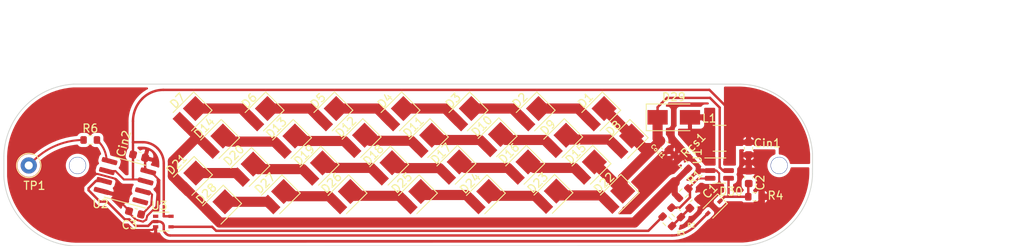
<source format=kicad_pcb>
(kicad_pcb (version 20211014) (generator pcbnew)
  (layers (0 "F.Cu" signal) (31 "B.Cu" signal) (34 "B.Paste" user) (35 "F.Paste" user) (36 "B.SilkS" user "B.Silkscreen") (37 "F.SilkS" user "F.Silkscreen") (38 "B.Mask" user) (39 "F.Mask" user) (44 "Edge.Cuts" user))
  (net 0 "")
  (net 1 "Net-(C1-Pad1)")
  (net 2 "GND")
  (net 3 "+5V")
  (net 4 "Net-(D1-Pad1)")
  (net 5 "Net-(D2-Pad1)")
  (net 6 "Net-(D3-Pad1)")
  (net 7 "Net-(D4-Pad1)")
  (net 8 "Net-(D5-Pad1)")
  (net 9 "Net-(D6-Pad1)")
  (net 10 "Net-(D14-Pad1)")
  (net 11 "Net-(D8-Pad1)")
  (net 12 "Net-(D10-Pad2)")
  (net 13 "Net-(D10-Pad1)")
  (net 14 "Net-(D11-Pad1)")
  (net 15 "Net-(D12-Pad1)")
  (net 16 "Net-(D13-Pad1)")
  (net 17 "Net-(Cout1-Pad1)")
  (net 18 "Net-(D15-Pad1)")
  (net 19 "Net-(C2-Pad1)")
  (net 20 "Net-(R6-Pad2)")
  (net 22 "Net-(R6-Pad1)")
  (net 23 "Net-(C3-Pad1)")
  (net 24 "Net-(D16-Pad1)")
  (net 25 "Net-(R1-Pad2)")
  (net 27 "Net-(D17-Pad1)")
  (net 28 "Net-(D18-Pad1)")
  (net 29 "Net-(D19-Pad1)")
  (net 30 "Net-(D20-Pad1)")
  (net 31 "Net-(D22-Pad1)")
  (net 32 "Net-(D23-Pad1)")
  (net 33 "Net-(D24-Pad1)")
  (net 34 "Net-(D25-Pad1)")
  (net 35 "Net-(D26-Pad1)")
  (net 36 "Net-(D27-Pad1)")
  (net 37 "Net-(D29-Pad2)")
  (net 38 "Net-(D30-Pad2)")
  (net 39 "Net-(R3-Pad1)")
  (footprint "LED_SMD:LED_2835" (layer "F.Cu") (at 81.95 47.55 -135)
    (fp_text reference "D25" (at 0 2.404163 45) (layer "F.SilkS"))
    (fp_text value "660nm")
    (pad "1" smd rect (at 1.375 0 225) (size 1.25 2.2) (layers "F.Cu" "F.Paste" "F.Mask") (net 34 "Net-(D25-Pad1)"))
    (pad "2" smd rect (at -0.9 0 225) (size 2.2 2.2) (layers "F.Cu" "F.Paste" "F.Mask") (net 33 "Net-(D24-Pad1)"))
  )
  (footprint "LED_SMD:LED_2835" (layer "F.Cu") (at 63 37.3 -135)
    (fp_text reference "D6" (at 0 2.262742 45) (layer "F.SilkS"))
    (fp_text value "660nm")
    (pad "1" smd rect (at 1.375 0 225) (size 1.25 2.2) (layers "F.Cu" "F.Paste" "F.Mask") (net 9 "Net-(D6-Pad1)"))
    (pad "2" smd rect (at -0.9 0 225) (size 2.2 2.2) (layers "F.Cu" "F.Paste" "F.Mask") (net 8 "Net-(D5-Pad1)"))
  )
  (footprint "Resistor_SMD:R_0603_1608Metric" (layer "F.Cu") (at 41.74 40.55)
    (fp_text reference "R6" (at 0 -1.43) (layer "F.SilkS"))
    (fp_text value "5k" hide)
    (pad "1" smd roundrect (at -0.825 0) (size 0.8 0.95) (layers "F.Cu" "F.Paste" "F.Mask") (net 22 "Net-(R6-Pad1)"))
    (pad "2" smd roundrect (at 0.825 0) (size 0.8 0.95) (layers "F.Cu" "F.Paste" "F.Mask") (net 20 "Net-(R6-Pad2)"))
  )
  (footprint "LED_SMD:LED_2835" (layer "F.Cu") (at 69.8 44.02 -135)
    (fp_text reference "D19" (at -0.014142 2.276884 45) (layer "F.SilkS"))
    (fp_text value "660nm")
    (pad "1" smd rect (at 1.375 0 225) (size 1.25 2.2) (layers "F.Cu" "F.Paste" "F.Mask") (net 29 "Net-(D19-Pad1)"))
    (pad "2" smd rect (at -0.9 0 225) (size 2.2 2.2) (layers "F.Cu" "F.Paste" "F.Mask") (net 28 "Net-(D18-Pad1)"))
  )
  (footprint "LED_SMD:LED_2835" (layer "F.Cu") (at 104.6 37.3 -135)
    (fp_text reference "D1" (at 0 2.333452 45) (layer "F.SilkS"))
    (fp_text value "660nm")
    (pad "1" smd rect (at 1.375 0 225) (size 1.25 2.2) (layers "F.Cu" "F.Paste" "F.Mask") (net 4 "Net-(D1-Pad1)"))
    (pad "2" smd rect (at -0.9 0 225) (size 2.2 2.2) (layers "F.Cu" "F.Paste" "F.Mask") (net 17 "Net-(Cout1-Pad1)"))
  )
  (footprint "Package_TO_SOT_SMD:SOT-23-6" (layer "F.Cu") (at 119.48 44.33)
    (fp_text reference "U1" (at -2.7 -1.76 90) (layer "F.SilkS"))
    (fp_text value "MT9284")
    (pad "1" smd roundrect (at -1.1375 -0.95) (size 1.325 0.6) (layers "F.Cu" "F.Paste" "F.Mask") (net 37 "Net-(D29-Pad2)"))
    (pad "2" smd roundrect (at -1.1375 0) (size 1.325 0.6) (layers "F.Cu" "F.Paste" "F.Mask") (net 2 "GND"))
    (pad "3" smd roundrect (at -1.1375 0.95) (size 1.325 0.6) (layers "F.Cu" "F.Paste" "F.Mask") (net 25 "Net-(R1-Pad2)"))
    (pad "4" smd roundrect (at 1.1375 0.95) (size 1.325 0.6) (layers "F.Cu" "F.Paste" "F.Mask") (net 19 "Net-(C2-Pad1)"))
    (pad "5" smd roundrect (at 1.1375 0) (size 1.325 0.6) (layers "F.Cu" "F.Paste" "F.Mask") (net 17 "Net-(Cout1-Pad1)"))
    (pad "6" smd roundrect (at 1.1375 -0.95) (size 1.325 0.6) (layers "F.Cu" "F.Paste" "F.Mask") (net 3 "+5V"))
  )
  (footprint "Resistor_SMD:R_0603_1608Metric" (layer "F.Cu") (at 123.88 47.57 180)
    (fp_text reference "R4" (at -2.54 0.15) (layer "F.SilkS"))
    (fp_text value "100k")
    (pad "1" smd roundrect (at -0.825 0 180) (size 0.8 0.95) (layers "F.Cu" "F.Paste" "F.Mask") (net 2 "GND") (thermal_gap 0.3))
    (pad "2" smd roundrect (at 0.825 0 180) (size 0.8 0.95) (layers "F.Cu" "F.Paste" "F.Mask") (net 19 "Net-(C2-Pad1)") (thermal_gap 0.3))
  )
  (footprint "Package_SO:SOIC-8_3.9x4.9mm_P1.27mm" (layer "F.Cu") (at 46.020342 45.64394 165)
    (fp_text reference "U2" (at 2.191165 -3.492168) (layer "F.SilkS"))
    (fp_text value "JL8022W-L")
    (pad "1" smd roundrect (at -2.475 -1.905 165) (size 1.95 0.6) (layers "F.Cu" "F.Paste" "F.Mask"))
    (pad "2" smd roundrect (at -2.475 -0.635 165) (size 1.95 0.6) (layers "F.Cu" "F.Paste" "F.Mask") (net 23 "Net-(C3-Pad1)"))
    (pad "3" smd roundrect (at -2.475 0.635 165) (size 1.95 0.6) (layers "F.Cu" "F.Paste" "F.Mask") (net 3 "+5V"))
    (pad "4" smd roundrect (at -2.475 1.905 165) (size 1.95 0.6) (layers "F.Cu" "F.Paste" "F.Mask") (net 2 "GND"))
    (pad "5" smd roundrect (at 2.475 1.905 165) (size 1.95 0.6) (layers "F.Cu" "F.Paste" "F.Mask") (net 20 "Net-(R6-Pad2)"))
    (pad "6" smd roundrect (at 2.475 0.635 165) (size 1.95 0.6) (layers "F.Cu" "F.Paste" "F.Mask") (net 3 "+5V"))
    (pad "7" smd roundrect (at 2.475 -0.635 165) (size 1.95 0.6) (layers "F.Cu" "F.Paste" "F.Mask") (net 38 "Net-(D30-Pad2)"))
    (pad "8" smd roundrect (at 2.475 -1.905 165) (size 1.95 0.6) (layers "F.Cu" "F.Paste" "F.Mask") (net 2 "GND"))
  )
  (footprint "LED_SMD:LED_2835" (layer "F.Cu") (at 96.5 37.3 -135)
    (fp_text reference "D2" (at 0 2.333452 45) (layer "F.SilkS"))
    (fp_text value "660nm")
    (pad "1" smd rect (at 1.375 0 225) (size 1.25 2.2) (layers "F.Cu" "F.Paste" "F.Mask") (net 5 "Net-(D2-Pad1)"))
    (pad "2" smd rect (at -0.9 0 225) (size 2.2 2.2) (layers "F.Cu" "F.Paste" "F.Mask") (net 4 "Net-(D1-Pad1)"))
  )
  (footprint "LED_SMD:LED_2835" (layer "F.Cu") (at 99.9 40.6 -135)
    (fp_text reference "D9" (at 0 2.262742 45) (layer "F.SilkS"))
    (fp_text value "660nm")
    (pad "1" smd rect (at 1.375 0 225) (size 1.25 2.2) (layers "F.Cu" "F.Paste" "F.Mask") (net 12 "Net-(D10-Pad2)"))
    (pad "2" smd rect (at -0.9 0 225) (size 2.2 2.2) (layers "F.Cu" "F.Paste" "F.Mask") (net 11 "Net-(D8-Pad1)"))
  )
  (footprint "LED_SMD:LED_2835" (layer "F.Cu") (at 95.2 43.9 -135)
    (fp_text reference "D16" (at 0 2.404163 45) (layer "F.SilkS"))
    (fp_text value "660nm")
    (pad "1" smd rect (at 1.375 0 225) (size 1.25 2.2) (layers "F.Cu" "F.Paste" "F.Mask") (net 24 "Net-(D16-Pad1)"))
    (pad "2" smd rect (at -0.9 0 225) (size 2.2 2.2) (layers "F.Cu" "F.Paste" "F.Mask") (net 18 "Net-(D15-Pad1)"))
  )
  (footprint "LED_SMD:LED_2835" (layer "F.Cu") (at 54.15 45.272272 -135)
    (fp_text reference "D21" (at 0.003858 2.439518 45) (layer "F.SilkS"))
    (fp_text value "660nm")
    (pad "1" smd rect (at 1.375 0 225) (size 1.25 2.2) (layers "F.Cu" "F.Paste" "F.Mask") (net 10 "Net-(D14-Pad1)"))
    (pad "2" smd rect (at -0.9 0 225) (size 2.2 2.2) (layers "F.Cu" "F.Paste" "F.Mask") (net 30 "Net-(D20-Pad1)"))
  )
  (footprint "LED_SMD:LED_2835" (layer "F.Cu") (at 57.75 48.825 -135)
    (fp_text reference "D28" (at 0 2.333452 45) (layer "F.SilkS"))
    (fp_text value "660nm")
    (pad "1" smd rect (at 1.375 0 225) (size 1.25 2.2) (layers "F.Cu" "F.Paste" "F.Mask") (net 10 "Net-(D14-Pad1)"))
    (pad "2" smd rect (at -0.9 0 225) (size 2.2 2.2) (layers "F.Cu" "F.Paste" "F.Mask") (net 36 "Net-(D27-Pad1)"))
  )
  (footprint "MountingHole:MountingHole_2.1mm" (layer "F.Cu") (at 40.19 43.69)
    (fp_text reference "H2" hide)
    (fp_text value "MountingHole" hide)
    (pad "" np_thru_hole circle (at -0.02 0.01) (size 2.1 2.1) (drill 2) (layers F&B.Cu *.Mask))
  )
  (footprint "LED_SMD:LED_2835" (layer "F.Cu") (at 91.8 40.5 -135)
    (fp_text reference "D10" (at 0 2.333452 45) (layer "F.SilkS"))
    (fp_text value "660nm")
    (pad "1" smd rect (at 1.375 0 225) (size 1.25 2.2) (layers "F.Cu" "F.Paste" "F.Mask") (net 13 "Net-(D10-Pad1)"))
    (pad "2" smd rect (at -0.9 0 225) (size 2.2 2.2) (layers "F.Cu" "F.Paste" "F.Mask") (net 12 "Net-(D10-Pad2)"))
  )
  (footprint "TestPoint:TestPoint_Loop_D2.50mm_Drill1.0mm" (layer "F.Cu") (at 34.14 43.7)
    (fp_text reference "TP1" (at 0.7 2.5) (layer "F.SilkS"))
    (fp_text value "TestPoint")
    (pad "1" thru_hole circle (at 0 0) (size 2 2) (drill 1) (property pad_prop_testpoint) (layers *.Cu *.Mask) (net 22 "Net-(R6-Pad1)"))
  )
  (footprint "LED_SMD:LED_2835" (layer "F.Cu") (at 88.2 37.3 -135)
    (fp_text reference "D3" (at 0 2.262742 45) (layer "F.SilkS"))
    (fp_text value "660nm")
    (pad "1" smd rect (at 1.375 0 225) (size 1.25 2.2) (layers "F.Cu" "F.Paste" "F.Mask") (net 6 "Net-(D3-Pad1)"))
    (pad "2" smd rect (at -0.9 0 225) (size 2.2 2.2) (layers "F.Cu" "F.Paste" "F.Mask") (net 5 "Net-(D2-Pad1)"))
  )
  (footprint "LED_SMD:LED_2835" (layer "F.Cu") (at 71.5 37.3 -135)
    (fp_text reference "D5" (at 0 2.262742 45) (layer "F.SilkS"))
    (fp_text value "660nm")
    (pad "1" smd rect (at 1.375 0 225) (size 1.25 2.2) (layers "F.Cu" "F.Paste" "F.Mask") (net 8 "Net-(D5-Pad1)"))
    (pad "2" smd rect (at -0.9 0 225) (size 2.2 2.2) (layers "F.Cu" "F.Paste" "F.Mask") (net 7 "Net-(D4-Pad1)"))
  )
  (footprint "LED_SMD:LED_2835" (layer "F.Cu") (at 78.4 44 -135)
    (fp_text reference "D18" (at 0.035355 2.298097 45) (layer "F.SilkS"))
    (fp_text value "660nm")
    (pad "1" smd rect (at 1.375 0 225) (size 1.25 2.2) (layers "F.Cu" "F.Paste" "F.Mask") (net 28 "Net-(D18-Pad1)"))
    (pad "2" smd rect (at -0.9 0 225) (size 2.2 2.2) (layers "F.Cu" "F.Paste" "F.Mask") (net 27 "Net-(D17-Pad1)"))
  )
  (footprint "Capacitor_SMD:C_0603_1608Metric" (layer "F.Cu") (at 123.09 41.61 -90)
    (fp_text reference "Cin1" (at -0.66 -2.32) (layer "F.SilkS"))
    (fp_text value "1u")
    (pad "1" smd roundrect (at -0.775 0 270) (size 0.9 0.95) (layers "F.Cu" "F.Paste" "F.Mask") (net 3 "+5V") (thermal_gap 0.2))
    (pad "2" smd roundrect (at 0.775 0 270) (size 0.9 0.95) (layers "F.Cu" "F.Paste" "F.Mask") (net 2 "GND") (thermal_gap 0.2))
  )
  (footprint "LED_SMD:LED_2835" (layer "F.Cu") (at 79.8 37.3 -135)
    (fp_text reference "D4" (at 0 2.262742 45) (layer "F.SilkS"))
    (fp_text value "660nm")
    (pad "1" smd rect (at 1.375 0 225) (size 1.25 2.2) (layers "F.Cu" "F.Paste" "F.Mask") (net 7 "Net-(D4-Pad1)"))
    (pad "2" smd rect (at -0.9 0 225) (size 2.2 2.2) (layers "F.Cu" "F.Paste" "F.Mask") (net 6 "Net-(D3-Pad1)"))
  )
  (footprint "LED_SMD:LED_2835" (layer "F.Cu") (at 83.3 40.6 -135)
    (fp_text reference "D11" (at -0.035355 2.298097 45) (layer "F.SilkS"))
    (fp_text value "660nm")
    (pad "1" smd rect (at 1.375 0 225) (size 1.25 2.2) (layers "F.Cu" "F.Paste" "F.Mask") (net 14 "Net-(D11-Pad1)"))
    (pad "2" smd rect (at -0.9 0 225) (size 2.2 2.2) (layers "F.Cu" "F.Paste" "F.Mask") (net 13 "Net-(D10-Pad1)"))
  )
  (footprint "LED_SMD:LED_2835" (layer "F.Cu") (at 61.236396 44.163604 -135)
    (fp_text reference "D20" (at 0.016116 2.439518 45) (layer "F.SilkS"))
    (fp_text value "660nm")
    (pad "1" smd rect (at 1.375 0 225) (size 1.25 2.2) (layers "F.Cu" "F.Paste" "F.Mask") (net 30 "Net-(D20-Pad1)"))
    (pad "2" smd rect (at -0.9 0 225) (size 2.2 2.2) (layers "F.Cu" "F.Paste" "F.Mask") (net 29 "Net-(D19-Pad1)"))
  )
  (footprint "Resistor_SMD:R_0603_1608Metric" (layer "F.Cu") (at 115.04 43.53 -45)
    (fp_text reference "Rcs1" (at -0.79196 -2.5173 -315) (layer "F.SilkS"))
    (fp_text value "100m")
    (pad "1" smd roundrect (at -0.825 0 315) (size 0.8 0.95) (layers "F.Cu" "F.Paste" "F.Mask") (net 2 "GND") (thermal_gap 0.2))
    (pad "2" smd roundrect (at 0.825 0 315) (size 0.8 0.95) (layers "F.Cu" "F.Paste" "F.Mask") (net 10 "Net-(D14-Pad1)"))
  )
  (footprint "LED_SMD:LED_2835" (layer "F.Cu") (at 98.7 47.5 -135)
    (fp_text reference "D23" (at 0 2.333452 45) (layer "F.SilkS"))
    (fp_text value "660nm")
    (pad "1" smd rect (at 1.375 0 225) (size 1.25 2.2) (layers "F.Cu" "F.Paste" "F.Mask") (net 32 "Net-(D23-Pad1)"))
    (pad "2" smd rect (at -0.9 0 225) (size 2.2 2.2) (layers "F.Cu" "F.Paste" "F.Mask") (net 31 "Net-(D22-Pad1)"))
  )
  (footprint "Package_TO_SOT_SMD:SOT-353_SC-70-5" (layer "F.Cu") (at 50.77 50.63)
    (fp_text reference "U3" (at -0.5 -1.96) (layer "F.SilkS"))
    (fp_text value "74LVC1G04")
    (pad "1" smd rect locked (at -0.95 -0.65) (size 0.65 0.4) (layers "F.Cu" "F.Paste" "F.Mask"))
    (pad "2" smd rect locked (at -0.95 0) (size 0.65 0.4) (layers "F.Cu" "F.Paste" "F.Mask") (net 38 "Net-(D30-Pad2)"))
    (pad "3" smd rect locked (at -0.95 0.65) (size 0.65 0.4) (layers "F.Cu" "F.Paste" "F.Mask") (net 2 "GND"))
    (pad "4" smd rect locked (at 0.95 0.65) (size 0.65 0.4) (layers "F.Cu" "F.Paste" "F.Mask") (net 39 "Net-(R3-Pad1)"))
    (pad "5" smd rect locked (at 0.95 -0.65) (size 0.65 0.4) (layers "F.Cu" "F.Paste" "F.Mask") (net 3 "+5V"))
  )
  (footprint "LED_SMD:LED_2835" (layer "F.Cu") (at 57.5 40.7 -135)
    (fp_text reference "D14" (at 0 2.333452 45) (layer "F.SilkS"))
    (fp_text value "660nm")
    (pad "1" smd rect (at 1.375 0 225) (size 1.25 2.2) (layers "F.Cu" "F.Paste" "F.Mask") (net 10 "Net-(D14-Pad1)"))
    (pad "2" smd rect (at -0.9 0 225) (size 2.2 2.2) (layers "F.Cu" "F.Paste" "F.Mask") (net 16 "Net-(D13-Pad1)"))
  )
  (footprint "Capacitor_SMD:C_0603_1608Metric" (layer "F.Cu") (at 123.11 45.155 90)
    (fp_text reference "C2" (at -0.665 1.42 -90) (layer "F.SilkS"))
    (fp_text value "1n")
    (pad "1" smd roundrect (at -0.775 0 90) (size 0.9 0.95) (layers "F.Cu" "F.Paste" "F.Mask") (net 19 "Net-(C2-Pad1)") (thermal_gap 0.3))
    (pad "2" smd roundrect (at 0.775 0 90) (size 0.9 0.95) (layers "F.Cu" "F.Paste" "F.Mask") (net 2 "GND") (thermal_gap 0.3))
  )
  (footprint "LED_SMD:LED_2835" (layer "F.Cu") (at 66.4 40.7 -135)
    (fp_text reference "D13" (at 0 2.333452 45) (layer "F.SilkS"))
    (fp_text value "660nm")
    (pad "1" smd rect (at 1.375 0 225) (size 1.25 2.2) (layers "F.Cu" "F.Paste" "F.Mask") (net 16 "Net-(D13-Pad1)"))
    (pad "2" smd rect (at -0.9 0 225) (size 2.2 2.2) (layers "F.Cu" "F.Paste" "F.Mask") (net 15 "Net-(D12-Pad1)"))
  )
  (footprint "LED_SMD:LED_2835" (layer "F.Cu") (at 73.25 47.55 -135)
    (fp_text reference "D26" (at 0 2.404163 45) (layer "F.SilkS"))
    (fp_text value "660nm")
    (pad "1" smd rect (at 1.375 0 225) (size 1.25 2.2) (layers "F.Cu" "F.Paste" "F.Mask") (net 35 "Net-(D26-Pad1)"))
    (pad "2" smd rect (at -0.9 0 225) (size 2.2 2.2) (layers "F.Cu" "F.Paste" "F.Mask") (net 34 "Net-(D25-Pad1)"))
  )
  (footprint "Inductor_SMD:L_Abracon_ASPI-3012S" (layer "F.Cu") (at 119.51 40.34 180)
    (fp_text reference "L1" (at 1.27 2.46) (layer "F.SilkS"))
    (fp_text value "L_Ferrite_Small")
    (pad "1" smd rect (at -1.05 0 180) (size 1 2.75) (layers "F.Cu" "F.Paste" "F.Mask") (net 3 "+5V"))
    (pad "2" smd rect (at 1.05 0 180) (size 1 2.75) (layers "F.Cu" "F.Paste" "F.Mask") (net 37 "Net-(D29-Pad2)"))
  )
  (footprint "LED_SMD:LED_2835" (layer "F.Cu") (at 65 47.55 -135)
    (fp_text reference "D27" (at 0 2.333452 45) (layer "F.SilkS"))
    (fp_text value "660nm")
    (pad "1" smd rect (at 1.375 0 225) (size 1.25 2.2) (layers "F.Cu" "F.Paste" "F.Mask") (net 36 "Net-(D27-Pad1)"))
    (pad "2" smd rect (at -0.9 0 225) (size 2.2 2.2) (layers "F.Cu" "F.Paste" "F.Mask") (net 35 "Net-(D26-Pad1)"))
  )
  (footprint "LED_SMD:LED_2835" (layer "F.Cu") (at 103.4 43.9 -135)
    (fp_text reference "D15" (at 0 2.333452 45) (layer "F.SilkS"))
    (fp_text value "660nm")
    (pad "1" smd rect (at 1.375 0 225) (size 1.25 2.2) (layers "F.Cu" "F.Paste" "F.Mask") (net 18 "Net-(D15-Pad1)"))
    (pad "2" smd rect (at -0.9 0 225) (size 2.2 2.2) (layers "F.Cu" "F.Paste" "F.Mask") (net 17 "Net-(Cout1-Pad1)"))
  )
  (footprint "LED_SMD:LED_2835" (layer "F.Cu") (at 86.7 43.9 -135)
    (fp_text reference "D17" (at -0.035355 2.298097 45) (layer "F.SilkS"))
    (fp_text value "660nm")
    (pad "1" smd rect (at 1.375 0 225) (size 1.25 2.2) (layers "F.Cu" "F.Paste" "F.Mask") (net 27 "Net-(D17-Pad1)"))
    (pad "2" smd rect (at -0.9 0 225) (size 2.2 2.2) (layers "F.Cu" "F.Paste" "F.Mask") (net 24 "Net-(D16-Pad1)"))
  )
  (footprint "Diode_SMD:D_SMA" (layer "F.Cu") (at 113.85 37.75)
    (fp_text reference "D29" (at 0 -2.5) (layer "F.SilkS"))
    (fp_text value "SS14")
    (pad "1" smd rect (at -2 0) (size 2.5 1.8) (layers "F.Cu" "F.Paste" "F.Mask") (net 17 "Net-(Cout1-Pad1)"))
    (pad "2" smd rect (at 2 0) (size 2.5 1.8) (layers "F.Cu" "F.Paste" "F.Mask") (net 37 "Net-(D29-Pad2)"))
  )
  (footprint "Capacitor_SMD:C_0603_1608Metric" (layer "F.Cu") (at 47.77 42.56 165)
    (fp_text reference "Cin2" (at 2.226769 1.008017 75) (layer "F.SilkS"))
    (fp_text value "1u")
    (pad "1" smd roundrect (at -0.775 0 165) (size 0.9 0.95) (layers "F.Cu" "F.Paste" "F.Mask") (net 2 "GND"))
    (pad "2" smd roundrect (at 0.775 0 165) (size 0.9 0.95) (layers "F.Cu" "F.Paste" "F.Mask") (net 3 "+5V"))
  )
  (footprint "LED_SMD:LED_2835" (layer "F.Cu") (at 108 40.7 -135)
    (fp_text reference "D8" (at 0 2.262742 45) (layer "F.SilkS"))
    (fp_text value "660nm")
    (pad "1" smd rect (at 1.375 0 225) (size 1.25 2.2) (layers "F.Cu" "F.Paste" "F.Mask") (net 11 "Net-(D8-Pad1)"))
    (pad "2" smd rect (at -0.9 0 225) (size 2.2 2.2) (layers "F.Cu" "F.Paste" "F.Mask") (net 17 "Net-(Cout1-Pad1)"))
  )
  (footprint "Resistor_SMD:R_0603_1608Metric" (layer "F.Cu") (at 114.15 49.5 -45)
    (fp_text reference "R2" (at 2.446589 -0.183848) (layer "F.SilkS") (effects (font (size 0.5 0.5) (thickness 0.1))))
    (fp_text value "10k")
    (pad "1" smd roundrect (at -0.825 0 315) (size 0.8 0.95) (layers "F.Cu" "F.Paste" "F.Mask") (net 25 "Net-(R1-Pad2)"))
    (pad "2" smd roundrect (at 0.825 0 315) (size 0.8 0.95) (layers "F.Cu" "F.Paste" "F.Mask") (net 1 "Net-(C1-Pad1)"))
  )
  (footprint "Resistor_SMD:R_0603_1608Metric" (layer "F.Cu") (at 115.07 47.12 45)
    (fp_text reference "R1" (at 2.361737 -0.410122 45) (layer "F.SilkS"))
    (fp_text value "5k")
    (pad "1" smd roundrect (at -0.825 0 45) (size 0.8 0.95) (layers "F.Cu" "F.Paste" "F.Mask") (net 10 "Net-(D14-Pad1)"))
    (pad "2" smd roundrect (at 0.825 0 45) (size 0.8 0.95) (layers "F.Cu" "F.Paste" "F.Mask") (net 25 "Net-(R1-Pad2)"))
  )
  (footprint "Capacitor_SMD:C_0603_1608Metric" (layer "F.Cu") (at 112.71 41.2 -45)
    (fp_text reference "Cout1" (at -0.042426 1.103087 -45) (layer "F.SilkS") (effects (font (size 0.5 0.5) (thickness 0.1))))
    (fp_text value "1u")
    (pad "1" smd roundrect (at -0.775 0 315) (size 0.9 0.95) (layers "F.Cu" "F.Paste" "F.Mask") (net 17 "Net-(Cout1-Pad1)") (thermal_gap 0.2))
    (pad "2" smd roundrect (at 0.775 0 315) (size 0.9 0.95) (layers "F.Cu" "F.Paste" "F.Mask") (net 2 "GND") (thermal_gap 0.2))
  )
  (footprint "Resistor_SMD:R_0603_1608Metric" (layer "F.Cu") (at 113.05 50.6 -45)
    (fp_text reference "R3" (at 2.2486 -0.141421 -180) (layer "F.SilkS") (effects (font (size 0.5 0.5) (thickness 0.1))))
    (fp_text value "10k")
    (pad "1" smd roundrect (at -0.825 0 315) (size 0.8 0.95) (layers "F.Cu" "F.Paste" "F.Mask") (net 39 "Net-(R3-Pad1)"))
    (pad "2" smd roundrect (at 0.825 0 315) (size 0.8 0.95) (layers "F.Cu" "F.Paste" "F.Mask") (net 1 "Net-(C1-Pad1)"))
  )
  (footprint "Capacitor_SMD:C_0603_1608Metric" (layer "F.Cu") (at 116.38 48.43 45)
    (fp_text reference "C1" (at 2.481945 0.275772 45) (layer "F.SilkS"))
    (fp_text value "1u")
    (pad "1" smd roundrect (at -0.775 0 45) (size 0.9 0.95) (layers "F.Cu" "F.Paste" "F.Mask") (net 1 "Net-(C1-Pad1)") (thermal_gap 0.3))
    (pad "2" smd roundrect (at 0.775 0 45) (size 0.9 0.95) (layers "F.Cu" "F.Paste" "F.Mask") (net 2 "GND") (thermal_gap 0.3))
  )
  (footprint "LED_SMD:LED_2835" (layer "F.Cu") (at 90.35 47.55 -135)
    (fp_text reference "D24" (at 0 2.333452 45) (layer "F.SilkS"))
    (fp_text value "660nm")
    (pad "1" smd rect (at 1.375 0 225) (size 1.25 2.2) (layers "F.Cu" "F.Paste" "F.Mask") (net 33 "Net-(D24-Pad1)"))
    (pad "2" smd rect (at -0.9 0 225) (size 2.2 2.2) (layers "F.Cu" "F.Paste" "F.Mask") (net 32 "Net-(D23-Pad1)"))
  )
  (footprint "Capacitor_SMD:C_0603_1608Metric" (layer "F.Cu") (at 47.28 49.55 165)
    (fp_text reference "C3" (at 0.27826 -1.627474 -180) (layer "F.SilkS"))
    (fp_text value "10n")
    (pad "1" smd roundrect (at -0.775 0 165) (size 0.9 0.95) (layers "F.Cu" "F.Paste" "F.Mask") (net 23 "Net-(C3-Pad1)"))
    (pad "2" smd roundrect (at 0.775 0 165) (size 0.9 0.95) (layers "F.Cu" "F.Paste" "F.Mask") (net 2 "GND"))
  )
  (footprint "LED_SMD:LED_2835" (layer "F.Cu") (at 75 40.6 -135)
    (fp_text reference "D12" (at 0 2.333452 45) (layer "F.SilkS"))
    (fp_text value "660nm")
    (pad "1" smd rect (at 1.375 0 225) (size 1.25 2.2) (layers "F.Cu" "F.Paste" "F.Mask") (net 15 "Net-(D12-Pad1)"))
    (pad "2" smd rect (at -0.9 0 225) (size 2.2 2.2) (layers "F.Cu" "F.Paste" "F.Mask") (net 14 "Net-(D11-Pad1)"))
  )
  (footprint "MountingHole:MountingHole_2.1mm" (layer "F.Cu") (at 126.87 43.7)
    (fp_text reference "H1" hide)
    (fp_text value "MountingHole" hide)
    (pad "" np_thru_hole circle (at 0 0) (size 2.1 2.1) (drill 2) (layers F&B.Cu *.Mask))
  )
  (footprint "Diode_SMD:D_SOD-323" (layer "F.Cu") (at 118.807538 48.872462 -135)
    (fp_text reference "D30" (at -2.874335 -0.113137) (layer "F.SilkS"))
    (fp_text value "1N4148WS")
    (pad "1" smd rect (at -1.05 0 225) (size 0.6 0.45) (layers "F.Cu" "F.Paste" "F.Mask") (net 19 "Net-(C2-Pad1)"))
    (pad "2" smd rect (at 1.05 0 225) (size 0.6 0.45) (layers "F.Cu" "F.Paste" "F.Mask") (net 38 "Net-(D30-Pad2)"))
  )
  (footprint "LED_SMD:LED_2835" (layer "F.Cu") (at 106.9 47.5 -135)
    (fp_text reference "D22" (at 0 2.333452 45) (layer "F.SilkS"))
    (fp_text value "660nm")
    (pad "1" smd rect (at 1.375 0 225) (size 1.25 2.2) (layers "F.Cu" "F.Paste" "F.Mask") (net 31 "Net-(D22-Pad1)"))
    (pad "2" smd rect (at -0.9 0 225) (size 2.2 2.2) (layers "F.Cu" "F.Paste" "F.Mask") (net 17 "Net-(Cout1-Pad1)"))
  )
  (footprint "LED_SMD:LED_2835" (layer "F.Cu") (at 54.1 37.3 -135)
    (fp_text reference "D7" (at -0.035355 2.227386 45) (layer "F.SilkS"))
    (fp_text value "660nm")
    (pad "1" smd rect (at 1.375 0 225) (size 1.25 2.2) (layers "F.Cu" "F.Paste" "F.Mask") (net 10 "Net-(D14-Pad1)"))
    (pad "2" smd rect (at -0.9 0 225) (size 2.2 2.2) (layers "F.Cu" "F.Paste" "F.Mask") (net 9 "Net-(D6-Pad1)"))
  )
  (gr_arc (start 122.1 33.650001) (mid 128.221885 36.219794) (end 131 42.25) (layer "Edge.Cuts") (width 0.1))
  (gr_line (start 31.06 42.55) (end 31.06 45.07) (layer "Edge.Cuts") (width 0.1))
  (gr_line (start 122.400001 53.628115) (end 39.96 53.649999) (layer "Edge.Cuts") (width 0.1))
  (gr_line (start 39.659999 33.65) (end 122.1 33.650001) (layer "Edge.Cuts") (width 0.1))
  (gr_line (start 131 42.25) (end 131 44.728115) (layer "Edge.Cuts") (width 0.1))
  (gr_arc (start 39.96 53.649999) (mid 33.844874 51.087228) (end 31.06 45.07) (layer "Edge.Cuts") (width 0.1))
  (gr_arc (start 131 44.728115) (mid 128.430207 50.85) (end 122.400001 53.628115) (layer "Edge.Cuts") (width 0.1))
  (gr_arc (start 31.06 42.55) (mid 33.629793 36.428115) (end 39.659999 33.65) (layer "Edge.Cuts") (width 0.1))
  (segment (start 113.633363 51.183363) (end 114.733363 50.083363) (width 0.3) (layer "F.Cu") (net 1))
  (segment (start 114.733363 50.076637) (end 115.831992 48.978008) (width 0.3) (layer "F.Cu") (net 1))
  (segment (start 114.733363 50.083363) (end 114.733363 50.076637) (width 0.3) (layer "F.Cu") (net 1))
  (segment (start 45.03 45.586678) (end 44.79278 45.349458) (width 0.25) (layer "F.Cu") (net 2))
  (segment (start 113.258008 41.748008) (end 114.456637 42.946637) (width 0.25) (layer "F.Cu") (net 2))
  (segment (start 43.69 48.9) (end 45.79 51) (width 0.25) (layer "F.Cu") (net 2))
  (segment (start 46.531407 49.271407) (end 46.531407 49.552656) (width 0.25) (layer "F.Cu") (net 2))
  (segment (start 119.42 49.48) (end 119.63 49.48) (width 0.75) (layer "F.Cu") (net 2))
  (segment (start 40.87 46.95) (end 42.82 48.9) (width 0.25) (layer "F.Cu") (net 2))
  (segment (start 50.28 48.42) (end 50.28 45.52) (width 0.25) (layer "F.Cu") (net 2))
  (segment (start 48.518593 42.760585) (end 48.518593 44.058962) (width 0.3) (layer "F.Cu") (net 2))
  (segment (start 119.46 44.67) (end 119.46 45.77) (width 0.25) (layer "F.Cu") (net 2))
  (segment (start 48.786886 49.913114) (end 50.28 48.42) (width 0.25) (layer "F.Cu") (net 2))
  (segment (start 40.87 46.32) (end 40.87 46.95) (width 0.25) (layer "F.Cu") (net 2))
  (segment (start 48.653106 50.412389) (end 48.786886 49.913114) (width 0.25) (layer "F.Cu") (net 2))
  (segment (start 119.12 44.33) (end 119.46 44.67) (width 0.25) (layer "F.Cu") (net 2))
  (segment (start 44.512303 47.252303) (end 46.531407 49.271407) (width 0.25) (layer "F.Cu") (net 2))
  (segment (start 118.3425 44.33) (end 119.12 44.33) (width 0.25) (layer "F.Cu") (net 2))
  (segment (start 117.821992 47.881992) (end 116.928008 47.881992) (width 0.3) (layer "F.Cu") (net 2))
  (segment (start 45.03 46.694365) (end 45.03 45.586678) (width 0.25) (layer "F.Cu") (net 2))
  (segment (start 47.384467 50.405716) (end 48.258858 50.640009) (width 0.25) (layer "F.Cu") (net 2))
  (segment (start 123.09 42.385) (end 123.09 44.36) (width 0.3) (layer "F.Cu") (net 2))
  (segment (start 45.79 51) (end 46.38 51) (width 0.25) (layer "F.Cu") (net 2))
  (segment (start 118.3425 44.33) (end 117.16 44.33) (width 0.25) (layer "F.Cu") (net 2))
  (segment (start 46.38 51) (end 47.04952 51.66952) (width 0.25) (layer "F.Cu") (net 2))
  (segment (start 115.776637 42.946637) (end 114.456637 42.946637) (width 0.25) (layer "F.Cu") (net 2))
  (segment (start 49.204428 44.444428) (end 48.904059 44.444428) (width 0.25) (layer "F.Cu") (net 2))
  (segment (start 44.512303 47.212062) (end 45.03 46.694365) (width 0.25) (layer "F.Cu") (net 2))
  (segment (start 46.531407 49.552656) (end 47.384467 50.405716) (width 0.25) (layer "F.Cu") (net 2))
  (segment (start 42.640224 44.749089) (end 42.597762 44.749089) (width 0.25) (layer "F.Cu") (net 2))
  (segment (start 42.33 44.86) (end 40.87 46.32) (width 0.25) (layer "F.Cu") (net 2))
  (segment (start 117.16 44.33) (end 115.776637 42.946637) (width 0.25) (layer "F.Cu") (net 2))
  (segment (start 50.28 45.52) (end 49.204428 44.444428) (width 0.25) (layer "F.Cu") (net 2))
  (segment (start 119.42 49.48) (end 117.821992 47.881992) (width 0.75) (layer "F.Cu") (net 2))
  (segment (start 119.46 45.77) (end 117.348008 47.881992) (width 0.25) (layer "F.Cu") (net 2))
  (segment (start 119.63 49.48) (end 120.48 48.63) (width 0.75) (layer "F.Cu") (net 2))
  (segment (start 47.04952 51.66952) (end 49.43048 51.66952) (width 0.25) (layer "F.Cu") (net 2))
  (segment (start 43.136627 46.84345) (end 44.512303 47.212062) (width 0.25) (layer "F.Cu") (net 2))
  (segment (start 124.22 48.63) (end 124.705 48.145) (width 0.75) (layer "F.Cu") (net 2))
  (segment (start 120.48 48.63) (end 124.22 48.63) (width 0.75) (layer "F.Cu") (net 2))
  (segment (start 44.755851 45.315968) (end 42.640224 44.749089) (width 0.25) (layer "F.Cu") (net 2))
  (segment (start 123.09 44.36) (end 123.11 44.38) (width 0.3) (layer "F.Cu") (net 2))
  (segment (start 48.518593 44.058962) (end 48.904059 44.444428) (width 0.3) (layer "F.Cu") (net 2))
  (segment (start 124.705 48.145) (end 124.705 47.57) (width 0.75) (layer "F.Cu") (net 2))
  (segment (start 49.43048 51.66952) (end 49.82 51.28) (width 0.25) (layer "F.Cu") (net 2))
  (segment (start 42.82 48.9) (end 43.69 48.9) (width 0.25) (layer "F.Cu") (net 2))
  (segment (start 48.258858 50.640009) (end 48.653106 50.412389) (width 0.25) (layer "F.Cu") (net 2))
  (segment (start 117.348008 47.881992) (end 116.928008 47.881992) (width 0.25) (layer "F.Cu") (net 2))
  (arc (start 42.597762 44.749089) (mid 42.45285 44.777914) (end 42.33 44.86) (width 0.25) (layer "F.Cu") (net 2))
  (arc (start 44.79278 45.349458) (mid 44.774231 45.332625) (end 44.755851 45.315968) (width 0.25) (layer "F.Cu") (net 2))
  (segment (start 47.021407 40.821407) (end 48.230666 40.821407) (width 0.3) (layer "F.Cu") (net 3))
  (segment (start 118.26 34.36) (end 120.56 36.66) (width 0.3) (layer "F.Cu") (net 3))
  (segment (start 121.155 40.835) (end 120.66 40.34) (width 0.3) (layer "F.Cu") (net 3))
  (segment (start 120.56 36.66) (end 120.56 40.34) (width 0.3) (layer "F.Cu") (net 3))
  (segment (start 50.837071 49.98) (end 51.72 49.98) (width 0.3) (layer "F.Cu") (net 3))
  (segment (start 50.825 43.446015) (end 50.825 49.975) (width 0.3) (layer "F.Cu") (net 3))
  (segment (start 45.89 45.43) (end 44.85 44.39) (width 0.25) (layer "F.Cu") (net 3))
  (segment (start 44.85 44.39) (end 43.794026 44.39) (width 0.25) (layer "F.Cu") (net 3))
  (segment (start 47.021407 40.821407) (end 47.021407 38.22709) (width 0.3) (layer "F.Cu") (net 3))
  (segment (start 50.763208 34.36) (end 118.26 34.36) (width 0.3) (layer "F.Cu") (net 3))
  (segment (start 120.66 43.3375) (end 120.66 40.34) (width 0.25) (layer "F.Cu") (net 3))
  (segment (start 123.09 40.835) (end 121.155 40.835) (width 0.3) (layer "F.Cu") (net 3))
  (segment (start 120.6175 43.38) (end 120.66 43.3375) (width 0.25) (layer "F.Cu") (net 3))
  (segment (start 47.021407 42.359415) (end 47.021407 40.821407) (width 0.3) (layer "F.Cu") (net 3))
  (segment (start 47.021407 42.359415) (end 47.021407 45.381407) (width 0.3) (layer "F.Cu") (net 3))
  (segment (start 48.575359 45.671154) (end 48.334205 45.43) (width 0.25) (layer "F.Cu") (net 3))
  (segment (start 48.334205 45.43) (end 45.89 45.43) (width 0.25) (layer "F.Cu") (net 3))
  (arc (start 48.230666 40.821407) (mid 49.215282 41.01726) (end 50.05 41.575) (width 0.3) (layer "F.Cu") (net 3))
  (arc (start 48.18 35.43) (mid 49.365186 34.638084) (end 50.763208 34.36) (width 0.3) (layer "F.Cu") (net 3))
  (arc (start 47.021407 38.22709) (mid 47.322515 36.713316) (end 48.18 35.43) (width 0.3) (layer "F.Cu") (net 3))
  (arc (start 50.825 49.975) (mid 50.830538 49.978701) (end 50.837071 49.98) (width 0.3) (layer "F.Cu") (net 3))
  (arc (start 50.05 41.575) (mid 50.623584 42.433429) (end 50.825 43.446015) (width 0.3) (layer "F.Cu") (net 3))
  (segment (start 102.01906 36.663604) (end 103.627728 38.272272) (width 1.25) (layer "F.Cu") (net 4))
  (segment (start 97.136396 36.663604) (end 102.01906 36.663604) (width 1.25) (layer "F.Cu") (net 4))
  (segment (start 93.91906 36.663604) (end 95.527728 38.272272) (width 1.25) (layer "F.Cu") (net 5))
  (segment (start 88.836396 36.663604) (end 93.91906 36.663604) (width 1.25) (layer "F.Cu") (net 5))
  (segment (start 80.436396 36.663604) (end 85.61906 36.663604) (width 1.25) (layer "F.Cu") (net 6))
  (segment (start 85.61906 36.663604) (end 87.227728 38.272272) (width 1.25) (layer "F.Cu") (net 6))
  (segment (start 77.21906 36.663604) (end 78.827728 38.272272) (width 1.25) (layer "F.Cu") (net 7))
  (segment (start 72.136396 36.663604) (end 77.21906 36.663604) (width 1.25) (layer "F.Cu") (net 7))
  (segment (start 68.91906 36.663604) (end 70.527728 38.272272) (width 1.25) (layer "F.Cu") (net 8))
  (segment (start 63.636396 36.663604) (end 68.91906 36.663604) (width 1.25) (layer "F.Cu") (net 8))
  (segment (start 60.41906 36.663604) (end 62.027728 38.272272) (width 1.25) (layer "F.Cu") (net 9))
  (segment (start 54.736396 36.663604) (end 60.41906 36.663604) (width 1.25) (layer "F.Cu") (net 9))
  (segment (start 57.730456 50.75) (end 108.986726 50.75) (width 1.25) (layer "F.Cu") (net 10))
  (segment (start 53.225 46.244544) (end 56.777728 49.797272) (width 1.25) (layer "F.Cu") (net 10))
  (segment (start 54.915228 40.209772) (end 51.95 43.175) (width 1.25) (layer "F.Cu") (net 10))
  (segment (start 56.777728 49.797272) (end 57.730456 50.75) (width 1.25) (layer "F.Cu") (net 10))
  (segment (start 51.95 45.016816) (end 53.177728 46.244544) (width 1.25) (layer "F.Cu") (net 10))
  (segment (start 113.968363 47.185089) (end 113.968363 45.768363) (width 0.75) (layer "F.Cu") (net 10))
  (segment (start 51.95 43.175) (end 51.95 45.016816) (width 1.25) (layer "F.Cu") (net 10))
  (segment (start 55.065228 40.209772) (end 54.915228 40.209772) (width 1.25) (layer "F.Cu") (net 10))
  (segment (start 108.986726 50.75) (end 113.968363 45.768363) (width 1.25) (layer "F.Cu") (net 10))
  (segment (start 114.486637 47.703363) (end 113.968363 47.185089) (width 0.75) (layer "F.Cu") (net 10))
  (segment (start 113.968363 45.768363) (end 115.623363 44.113363) (width 0.75) (layer "F.Cu") (net 10))
  (segment (start 53.127728 38.272272) (end 55.065228 40.209772) (width 1.25) (layer "F.Cu") (net 10))
  (segment (start 53.177728 46.244544) (end 53.225 46.244544) (width 1.25) (layer "F.Cu") (net 10))
  (segment (start 55.065228 40.209772) (end 56.527728 41.672272) (width 1.25) (layer "F.Cu") (net 10))
  (segment (start 105.855456 40.5) (end 107.027728 41.672272) (width 1.25) (layer "F.Cu") (net 11))
  (segment (start 101.072792 40.5) (end 105.855456 40.5) (width 1.25) (layer "F.Cu") (net 11))
  (segment (start 100.536396 39.963604) (end 101.072792 40.5) (width 1.25) (layer "F.Cu") (net 11))
  (segment (start 93.122792 40.55) (end 97.905456 40.55) (width 1.25) (layer "F.Cu") (net 12))
  (segment (start 97.905456 40.55) (end 98.927728 41.572272) (width 1.25) (layer "F.Cu") (net 12))
  (segment (start 92.436396 39.863604) (end 93.122792 40.55) (width 1.25) (layer "F.Cu") (net 12))
  (segment (start 84.522792 40.55) (end 89.905456 40.55) (width 1.25) (layer "F.Cu") (net 13))
  (segment (start 89.905456 40.55) (end 90.827728 41.472272) (width 1.25) (layer "F.Cu") (net 13))
  (segment (start 83.936396 39.963604) (end 84.522792 40.55) (width 1.25) (layer "F.Cu") (net 13))
  (segment (start 75.636396 39.963604) (end 76.322792 40.65) (width 1.25) (layer "F.Cu") (net 14))
  (segment (start 76.322792 40.65) (end 81.405456 40.65) (width 1.25) (layer "F.Cu") (net 14))
  (segment (start 81.405456 40.65) (end 82.327728 41.572272) (width 1.25) (layer "F.Cu") (net 14))
  (segment (start 67.036396 40.063604) (end 67.647792 40.675) (width 1.25) (layer "F.Cu") (net 15))
  (segment (start 73.130456 40.675) (end 74.027728 41.572272) (width 1.25) (layer "F.Cu") (net 15))
  (segment (start 67.647792 40.675) (end 73.130456 40.675) (width 1.25) (layer "F.Cu") (net 15))
  (segment (start 64.505456 40.75) (end 65.427728 41.672272) (width 1.25) (layer "F.Cu") (net 16))
  (segment (start 58.136396 40.063604) (end 58.822792 40.75) (width 1.25) (layer "F.Cu") (net 16))
  (segment (start 58.822792 40.75) (end 64.505456 40.75) (width 1.25) (layer "F.Cu") (net 16))
  (segment (start 110.122792 41.55) (end 108.636396 40.063604) (width 1.25) (layer "F.Cu") (net 17))
  (segment (start 107.536396 46.863604) (end 107.536396 45.277588) (width 1.25) (layer "F.Cu") (net 17))
  (segment (start 112.161992 40.651992) (end 111.263984 41.55) (width 1.25) (layer "F.Cu") (net 17))
  (segment (start 113 35.35) (end 111.85 36.5) (width 0.3) (layer "F.Cu") (net 17))
  (segment (start 118.325 35.35) (end 113 35.35) (width 0.3) (layer "F.Cu") (net 17))
  (segment (start 111.85 40.34) (end 111.85 37.75) (width 1.25) (layer "F.Cu") (net 17))
  (segment (start 111.85 36.5) (end 111.85 37.75) (width 0.3) (layer "F.Cu") (net 17))
  (segment (start 107.536396 45.277588) (end 111.263984 41.55) (width 1.25) (layer "F.Cu") (net 17))
  (segment (start 104.036396 43.263604) (end 104.036396 43.363604) (width 1.25) (layer "F.Cu") (net 17))
  (segment (start 119.93 44.33) (end 119.525 43.925) (width 0.3) (layer "F.Cu") (net 17))
  (segment (start 120.6175 44.33) (end 119.93 44.33) (width 0.3) (layer "F.Cu") (net 17))
  (segment (start 112.161992 40.651992) (end 111.85 40.34) (width 1.25) (layer "F.Cu") (net 17))
  (segment (start 104.036396 43.363604) (end 107.536396 46.863604) (width 1.25) (layer "F.Cu") (net 17))
  (segment (start 119.525 43.925) (end 119.525 36.55) (width 0.3) (layer "F.Cu") (net 17))
  (segment (start 111.263984 41.55) (end 110.122792 41.55) (width 1.25) (layer "F.Cu") (net 17))
  (segment (start 105.236396 36.663604) (end 108.636396 40.063604) (width 1.25) (layer "F.Cu") (net 17))
  (segment (start 119.525 36.55) (end 118.325 35.35) (width 0.3) (layer "F.Cu") (net 17))
  (segment (start 96.572792 44) (end 101.555456 44) (width 1.25) (layer "F.Cu") (net 18))
  (segment (start 95.836396 43.263604) (end 96.572792 44) (width 1.25) (layer "F.Cu") (net 18))
  (segment (start 101.555456 44) (end 102.427728 44.872272) (width 1.25) (layer "F.Cu") (net 18))
  (segment (start 120.11 47.57) (end 120.68 47.57) (width 0.3) (layer "F.Cu") (net 19))
  (segment (start 123.055 47.57) (end 123.055 45.985) (width 0.3) (layer "F.Cu") (net 19))
  (segment (start 123.055 45.985) (end 123.11 45.93) (width 0.3) (layer "F.Cu") (net 19))
  (segment (start 119.55 48.13) (end 120.11 47.57) (width 0.3) (layer "F.Cu") (net 19))
  (segment (start 120.6175 47.5075) (end 120.68 47.57) (width 0.3) (layer "F.Cu") (net 19))
  (segment (start 120.68 47.57) (end 123.055 47.57) (width 0.3) (layer "F.Cu") (net 19))
  (segment (start 120.6175 45.28) (end 120.6175 47.5075) (width 0.3) (layer "F.Cu") (net 19))
  (segment (start 42.761012 40.746013) (end 42.565 40.55) (width 0.25) (layer "F.Cu") (net 20))
  (arc (start 43.761956 43.162504) (mid 43.501819 41.854708) (end 42.761012 40.746013) (width 0.25) (layer "F.Cu") (net 20))
  (segment (start 34.726738 43.113262) (end 34.14 43.7) (width 0.25) (layer "F.Cu") (net 22))
  (arc (start 40.915 40.55) (mid 37.565937 41.21617) (end 34.726738 43.113262) (width 0.25) (layer "F.Cu") (net 22))
  (segment (start 48.97788 46.89788) (end 49.38 47.3) (width 0.25) (layer "F.Cu") (net 23))
  (segment (start 49.38 47.3) (end 49.27 48.57) (width 0.25) (layer "F.Cu") (net 23))
  (segment (start 48.149415 49.730585) (end 48.028593 49.730585) (width 0.25) (layer "F.Cu") (net 23))
  (segment (start 48.246658 46.89788) (end 48.97788 46.89788) (width 0.25) (layer "F.Cu") (net 23))
  (segment (start 49.27 48.57) (end 48.149415 49.730585) (width 0.25) (layer "F.Cu") (net 23))
  (segment (start 93.355456 44) (end 94.227728 44.872272) (width 1.25) (layer "F.Cu") (net 24))
  (segment (start 88.072792 44) (end 93.355456 44) (width 1.25) (layer "F.Cu") (net 24))
  (segment (start 87.336396 43.263604) (end 88.072792 44) (width 1.25) (layer "F.Cu") (net 24))
  (segment (start 115.85 46.733274) (end 115.653363 46.536637) (width 0.3) (layer "F.Cu") (net 25))
  (segment (start 118.3125 45.31) (end 118.3425 45.28) (width 0.25) (layer "F.Cu") (net 25))
  (segment (start 114.583363 48.916637) (end 115.85 47.65) (width 0.3) (layer "F.Cu") (net 25))
  (segment (start 115.85 47.65) (end 115.85 46.733274) (width 0.3) (layer "F.Cu") (net 25))
  (segment (start 113.566637 48.916637) (end 114.583363 48.916637) (width 0.3) (layer "F.Cu") (net 25))
  (segment (start 116.88 45.31) (end 118.3125 45.31) (width 0.25) (layer "F.Cu") (net 25))
  (segment (start 115.653363 46.536637) (end 116.88 45.31) (width 0.25) (layer "F.Cu") (net 25))
  (segment (start 84.880456 44.025) (end 85.727728 44.872272) (width 1.25) (layer "F.Cu") (net 27))
  (segment (start 79.036396 43.363604) (end 79.697792 44.025) (width 1.25) (layer "F.Cu") (net 27))
  (segment (start 79.697792 44.025) (end 84.880456 44.025) (width 1.25) (layer "F.Cu") (net 27))
  (segment (start 71.052792 44) (end 76.455456 44) (width 1.25) (layer "F.Cu") (net 28))
  (segment (start 70.436396 43.383604) (end 71.052792 44) (width 1.25) (layer "F.Cu") (net 28))
  (segment (start 76.455456 44) (end 77.427728 44.972272) (width 1.25) (layer "F.Cu") (net 28))
  (segment (start 61.872792 43.527208) (end 62.495584 44.15) (width 1.25) (layer "F.Cu") (net 29))
  (segment (start 62.495584 44.15) (end 67.985456 44.15) (width 1.25) (layer "F.Cu") (net 29))
  (segment (start 67.985456 44.15) (end 68.827728 44.992272) (width 1.25) (layer "F.Cu") (net 29))
  (segment (start 59.764124 44.635876) (end 60.264124 45.135876) (width 1.25) (layer "F.Cu") (net 30))
  (segment (start 54.786396 44.635876) (end 59.764124 44.635876) (width 1.25) (layer "F.Cu") (net 30))
  (segment (start 99.872792 47.4) (end 104.855456 47.4) (width 1.25) (layer "F.Cu") (net 31))
  (segment (start 99.336396 46.863604) (end 99.872792 47.4) (width 1.25) (layer "F.Cu") (net 31))
  (segment (start 104.855456 47.4) (end 105.927728 48.472272) (width 1.25) (layer "F.Cu") (net 31))
  (segment (start 91.522792 47.45) (end 96.705456 47.45) (width 1.25) (layer "F.Cu") (net 32))
  (segment (start 96.705456 47.45) (end 97.727728 48.472272) (width 1.25) (layer "F.Cu") (net 32))
  (segment (start 90.986396 46.913604) (end 91.522792 47.45) (width 1.25) (layer "F.Cu") (net 32))
  (segment (start 88.205456 47.35) (end 89.377728 48.522272) (width 1.25) (layer "F.Cu") (net 33))
  (segment (start 83.022792 47.35) (end 88.205456 47.35) (width 1.25) (layer "F.Cu") (net 33))
  (segment (start 82.586396 46.913604) (end 83.022792 47.35) (width 1.25) (layer "F.Cu") (net 33))
  (segment (start 74.422792 47.45) (end 79.905456 47.45) (width 1.25) (layer "F.Cu") (net 34))
  (segment (start 73.886396 46.913604) (end 74.422792 47.45) (width 1.25) (layer "F.Cu") (net 34))
  (segment (start 79.905456 47.45) (end 80.977728 48.522272) (width 1.25) (layer "F.Cu") (net 34))
  (segment (start 65.636396 46.913604) (end 66.222792 47.5) (width 1.25) (layer "F.Cu") (net 35))
  (segment (start 71.255456 47.5) (end 72.277728 48.522272) (width 1.25) (layer "F.Cu") (net 35))
  (segment (start 66.222792 47.5) (end 71.255456 47.5) (width 1.25) (layer "F.Cu") (net 35))
  (segment (start 58.386396 48.188604) (end 63.69406 48.188604) (width 1.25) (layer "F.Cu") (net 36))
  (segment (start 63.69406 48.188604) (end 64.027728 48.522272) (width 1.25) (layer "F.Cu") (net 36))
  (segment (start 118.3425 40.4575) (end 118.46 40.34) (width 0.5) (layer "F.Cu") (net 37))
  (segment (start 118.3425 43.38) (end 118.3425 40.4575) (width 0.5) (layer "F.Cu") (net 37))
  (segment (start 115.85 37.75) (end 117.5 37.75) (width 0.75) (layer "F.Cu") (net 37))
  (segment (start 118.46 38.71) (end 118.46 40.34) (width 0.75) (layer "F.Cu") (net 37))
  (segment (start 117.5 37.75) (end 118.46 38.71) (width 0.75) (layer "F.Cu") (net 37))
  (segment (start 41.53 46.761992) (end 42.938008 48.17) (width 0.3) (layer "F.Cu") (net 38))
  (segment (start 46.56 50.36) (end 47.37 51.17) (width 0.3) (layer "F.Cu") (net 38))
  (segment (start 50.825 51.187132) (end 50.825 51.575) (width 0.3) (layer "F.Cu") (net 38))
  (segment (start 46.01 50.36) (end 46.56 50.36) (width 0.3) (layer "F.Cu") (net 38))
  (segment (start 48.9 51.17) (end 49.44 50.63) (width 0.3) (layer "F.Cu") (net 38))
  (segment (start 42.434814 45.616726) (end 41.55077 46.50077) (width 0.3) (layer "F.Cu") (net 38))
  (segment (start 51.607842 52.35) (end 113.625 52.35) (width 0.3) (layer "F.Cu") (net 38))
  (segment (start 51.019454 52.044455) (end 51.125 52.15) (width 0.3) (layer "F.Cu") (net 38))
  (segment (start 41.53 46.51) (end 41.53 46.761992) (width 0.3) (layer "F.Cu") (net 38))
  (segment (start 43.465325 45.616726) (end 42.434814 45.616726) (width 0.3) (layer "F.Cu") (net 38))
  (segment (start 47.37 51.17) (end 48.9 51.17) (width 0.3) (layer "F.Cu") (net 38))
  (segment (start 49.82 50.63) (end 50.204229 50.63) (width 0.3) (layer "F.Cu") (net 38))
  (segment (start 49.44 50.63) (end 49.82 50.63) (width 0.3) (layer "F.Cu") (net 38))
  (segment (start 116.535617 51.144383) (end 118.065076 49.614924) (width 0.3) (layer "F.Cu") (net 38))
  (segment (start 43.82 48.17) (end 46.01 50.36) (width 0.3) (layer "F.Cu") (net 38))
  (segment (start 42.938008 48.17) (end 43.82 48.17) (width 0.3) (layer "F.Cu") (net 38))
  (arc (start 50.825 51.575) (mid 50.875537 51.829067) (end 51.019454 52.044455) (width 0.3) (layer "F.Cu") (net 38))
  (arc (start 50.204229 50.63) (mid 50.459008 50.680679) (end 50.675 50.825) (width 0.3) (layer "F.Cu") (net 38))
  (arc (start 51.125 52.15) (mid 51.34653 52.298021) (end 51.607842 52.35) (width 0.3) (layer "F.Cu") (net 38))
  (arc (start 50.675 50.825) (mid 50.786016 50.991148) (end 50.825 51.187132) (width 0.3) (layer "F.Cu") (net 38))
  (arc (start 113.625 52.35) (mid 115.200215 52.03667) (end 116.535617 51.144383) (width 0.3) (layer "F.Cu") (net 38))
  (segment (start 56.805 51.28) (end 57.3 51.775) (width 0.3) (layer "F.Cu") (net 39))
  (segment (start 110.708274 51.775) (end 112.466637 50.016637) (width 0.3) (layer "F.Cu") (net 39))
  (segment (start 51.72 51.28) (end 56.805 51.28) (width 0.3) (layer "F.Cu") (net 39))
  (segment (start 57.3 51.775) (end 110.708274 51.775) (width 0.3) (layer "F.Cu") (net 39))
  (zone (net 37) (net_name "Net-(D29-Pad2)") (layer "F.Cu") (priority 2) (connect_pads (clearance 0.3)) (min_thickness 0.254) (fill yes (thermal_gap 0.508) (thermal_bridge_width 0.508))
    (polygon (pts (xy 118.97 42.62) (xy 119.02 42.62) (xy 119.02 43.72) (xy 117.72 43.72) (xy 114.37 39.92) (xy 114.37 36.57) (xy 118.97 36.57)))
  )
  (zone (net 2) (net_name "GND") (layer "F.Cu") (connect_pads (clearance 0.4)) (min_thickness 0.254) (fill yes (thermal_gap 0.508) (thermal_bridge_width 0.508))
    (polygon (pts (xy 131.07 53.63) (xy 31.08 53.63) (xy 31.08 33.62) (xy 131.07 33.62)))
  )
  (zone (net 3) (net_name "+5V") (layer "F.Cu") (priority 2) (connect_pads (clearance 0.3)) (min_thickness 0.254) (fill yes (thermal_gap 0.508) (thermal_bridge_width 0.508))
    (polygon (pts (xy 131.08017 43.520136) (xy 126.82 43.52) (xy 126.82 41.311928) (xy 121.53 41.29) (xy 121.53 43.72) (xy 119.95 43.72) (xy 119.95 42.82) (xy 120.05 42.82) (xy 120.049635 33.629667) (xy 131.009635 33.639667)))
  )
)
</source>
